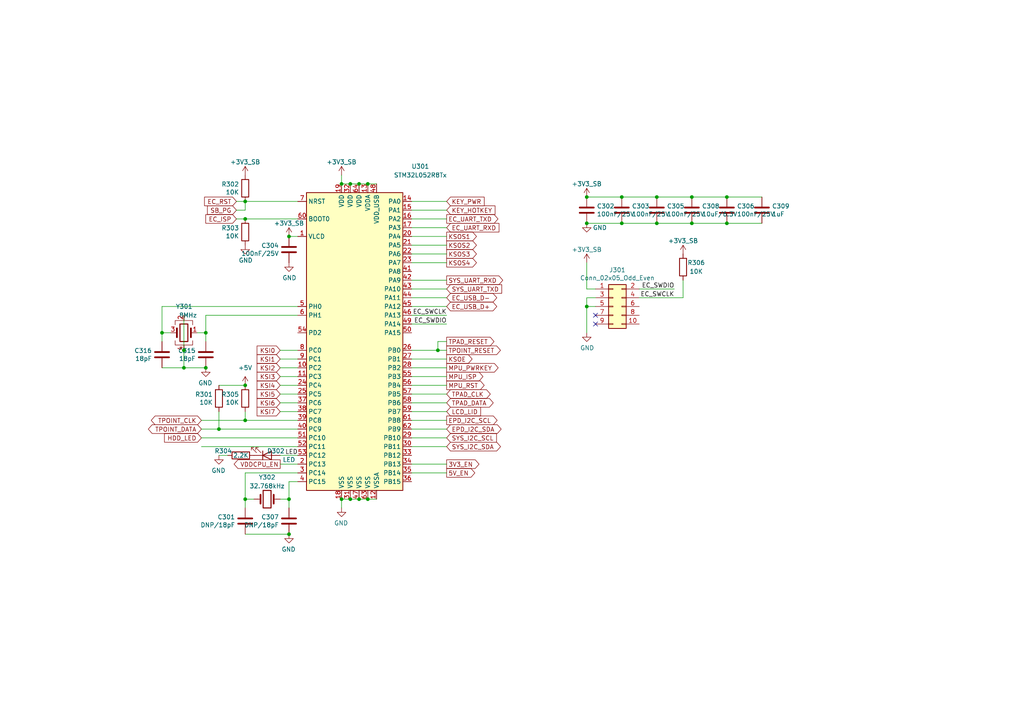
<source format=kicad_sch>
(kicad_sch (version 20210621) (generator eeschema)
  (paper "A4")
  (title_block (title "Lancer Mainboard") (date "2021-10-25") (rev "R0.1") (company "Copyright Modos 2021. / Engineer: Wenting Zhang") (comment 2 "MERCHANTABILITY, SATISFACTORY QUALITY AND FITNESS FOR A PARTICULAR PURPOSE.") (comment 3 "This source is distributed WITHOUT ANY EXPRESS OR IMPLIED WARRANTY, INCLUDING OF") (comment 4 "This source describes Open Hardware and is licensed under the CERN-OHL-S v2."))
  (lib_symbols
    (symbol "Connector_Generic:Conn_02x05_Odd_Even" (pin_names (offset 1.016) hide)
      (property "Reference" "J" (at 1.27 7.62 0))
      (property "Value" "Conn_02x05_Odd_Even" (at 1.27 -7.62 0))
      (symbol "Conn_02x05_Odd_Even_1_1"
        (rectangle (start -1.27 -4.953) (end 0 -5.207) (stroke (width 0.1524)))
        (rectangle (start -1.27 -2.413) (end 0 -2.667) (stroke (width 0.1524)))
        (rectangle (start -1.27 0.127) (end 0 -0.127) (stroke (width 0.1524)))
        (rectangle (start -1.27 2.667) (end 0 2.413) (stroke (width 0.1524)))
        (rectangle (start -1.27 5.207) (end 0 4.953) (stroke (width 0.1524)))
        (rectangle (start 3.81 -4.953) (end 2.54 -5.207) (stroke (width 0.1524)))
        (rectangle (start 3.81 -2.413) (end 2.54 -2.667) (stroke (width 0.1524)))
        (rectangle (start 3.81 0.127) (end 2.54 -0.127) (stroke (width 0.1524)))
        (rectangle (start 3.81 2.667) (end 2.54 2.413) (stroke (width 0.1524)))
        (rectangle (start 3.81 5.207) (end 2.54 4.953) (stroke (width 0.1524)))
        (rectangle (start -1.27 6.35) (end 3.81 -6.35) (stroke (width 0.254)) (fill (type background)))
        (pin passive line (at -5.08 5.08 0) (length 3.81) (name "Pin_1") (number "1"))
        (pin passive line (at 7.62 -5.08 180) (length 3.81) (name "Pin_10") (number "10"))
        (pin passive line (at 7.62 5.08 180) (length 3.81) (name "Pin_2") (number "2"))
        (pin passive line (at -5.08 2.54 0) (length 3.81) (name "Pin_3") (number "3"))
        (pin passive line (at 7.62 2.54 180) (length 3.81) (name "Pin_4") (number "4"))
        (pin passive line (at -5.08 0 0) (length 3.81) (name "Pin_5") (number "5"))
        (pin passive line (at 7.62 0 180) (length 3.81) (name "Pin_6") (number "6"))
        (pin passive line (at -5.08 -2.54 0) (length 3.81) (name "Pin_7") (number "7"))
        (pin passive line (at 7.62 -2.54 180) (length 3.81) (name "Pin_8") (number "8"))
        (pin passive line (at -5.08 -5.08 0) (length 3.81) (name "Pin_9") (number "9"))
      )
    )
    (symbol "Device:C" (pin_numbers hide) (pin_names (offset 0.254))
      (property "Reference" "C" (at 0.635 2.54 0))
      (property "Value" "C" (at 0.635 -2.54 0))
      (symbol "C_0_1"
        (polyline (pts (xy -2.032 -0.762) (xy 2.032 -0.762)) (stroke (width 0.508)))
        (polyline (pts (xy -2.032 0.762) (xy 2.032 0.762)) (stroke (width 0.508)))
      )
      (symbol "C_1_1"
        (pin passive line (at 0 3.81 270) (length 2.794) (name "~") (number "1"))
        (pin passive line (at 0 -3.81 90) (length 2.794) (name "~") (number "2"))
      )
    )
    (symbol "Device:Crystal" (pin_numbers hide) (pin_names (offset 1.016) hide)
      (property "Reference" "Y" (at 0 3.81 0))
      (property "Value" "Crystal" (at 0 -3.81 0))
      (symbol "Crystal_0_1"
        (rectangle (start -1.143 2.54) (end 1.143 -2.54) (stroke (width 0.3048)))
        (polyline (pts (xy -2.54 0) (xy -1.905 0)))
        (polyline (pts (xy -1.905 -1.27) (xy -1.905 1.27)) (stroke (width 0.508)))
        (polyline (pts (xy 1.905 -1.27) (xy 1.905 1.27)) (stroke (width 0.508)))
        (polyline (pts (xy 2.54 0) (xy 1.905 0)))
      )
      (symbol "Crystal_1_1"
        (pin passive line (at -3.81 0 0) (length 1.27) (name "1") (number "1"))
        (pin passive line (at 3.81 0 180) (length 1.27) (name "2") (number "2"))
      )
    )
    (symbol "Device:Crystal_GND24" (pin_names (offset 1.016) hide)
      (property "Reference" "Y" (at 3.175 5.08 0))
      (property "Value" "Crystal_GND24" (at 3.175 3.175 0))
      (symbol "Crystal_GND24_0_1"
        (rectangle (start -1.143 2.54) (end 1.143 -2.54) (stroke (width 0.3048)))
        (polyline (pts (xy -2.54 0) (xy -2.032 0)))
        (polyline (pts (xy -2.032 -1.27) (xy -2.032 1.27)) (stroke (width 0.508)))
        (polyline (pts (xy 0 -3.81) (xy 0 -3.556)))
        (polyline (pts (xy 0 3.556) (xy 0 3.81)))
        (polyline (pts (xy 2.032 -1.27) (xy 2.032 1.27)) (stroke (width 0.508)))
        (polyline (pts (xy 2.032 0) (xy 2.54 0)))
        (polyline (pts (xy -2.54 -2.286) (xy -2.54 -3.556) (xy 2.54 -3.556) (xy 2.54 -2.286)))
        (polyline (pts (xy -2.54 2.286) (xy -2.54 3.556) (xy 2.54 3.556) (xy 2.54 2.286)))
      )
      (symbol "Crystal_GND24_1_1"
        (pin passive line (at -3.81 0 0) (length 1.27) (name "1") (number "1"))
        (pin passive line (at 0 5.08 270) (length 1.27) (name "2") (number "2"))
        (pin passive line (at 3.81 0 180) (length 1.27) (name "3") (number "3"))
        (pin passive line (at 0 -5.08 90) (length 1.27) (name "4") (number "4"))
      )
    )
    (symbol "Device:LED" (pin_numbers hide) (pin_names (offset 1.016) hide)
      (property "Reference" "D" (at 0 2.54 0))
      (property "Value" "LED" (at 0 -2.54 0))
      (symbol "LED_0_1"
        (polyline (pts (xy -1.27 -1.27) (xy -1.27 1.27)) (stroke (width 0.254)))
        (polyline (pts (xy -1.27 0) (xy 1.27 0)))
        (polyline (pts (xy 1.27 -1.27) (xy 1.27 1.27) (xy -1.27 0) (xy 1.27 -1.27)) (stroke (width 0.254)))
        (polyline (pts (xy -3.048 -0.762) (xy -4.572 -2.286) (xy -3.81 -2.286) (xy -4.572 -2.286) (xy -4.572 -1.524)))
        (polyline (pts (xy -1.778 -0.762) (xy -3.302 -2.286) (xy -2.54 -2.286) (xy -3.302 -2.286) (xy -3.302 -1.524)))
      )
      (symbol "LED_1_1"
        (pin passive line (at -3.81 0 0) (length 2.54) (name "K") (number "1"))
        (pin passive line (at 3.81 0 180) (length 2.54) (name "A") (number "2"))
      )
    )
    (symbol "Device:R" (pin_numbers hide) (pin_names (offset 0))
      (property "Reference" "R" (at 2.032 0 90))
      (property "Value" "R" (at 0 0 90))
      (symbol "R_0_1"
        (rectangle (start -1.016 -2.54) (end 1.016 2.54) (stroke (width 0.254)))
      )
      (symbol "R_1_1"
        (pin passive line (at 0 3.81 270) (length 1.27) (name "~") (number "1"))
        (pin passive line (at 0 -3.81 90) (length 1.27) (name "~") (number "2"))
      )
    )
    (symbol "MCU_ST_STM32L0:STM32L052R8Tx"
      (property "Reference" "U" (at -15.24 44.45 0))
      (property "Value" "STM32L052R8Tx" (at 7.62 44.45 0))
      (symbol "STM32L052R8Tx_0_1"
        (rectangle (start -15.24 -43.18) (end 12.7 43.18) (stroke (width 0.254)) (fill (type background)))
      )
      (symbol "STM32L052R8Tx_1_1"
        (pin power_in line (at -17.78 30.48 0) (length 2.54) (name "VLCD") (number "1"))
        (pin bidirectional line (at -17.78 -7.62 0) (length 2.54) (name "PC2") (number "10"))
        (pin bidirectional line (at -17.78 -10.16 0) (length 2.54) (name "PC3") (number "11"))
        (pin power_in line (at 5.08 -45.72 90) (length 2.54) (name "VSSA") (number "12"))
        (pin power_in line (at 2.54 45.72 270) (length 2.54) (name "VDDA") (number "13"))
        (pin bidirectional line (at 15.24 40.64 180) (length 2.54) (name "PA0") (number "14"))
        (pin bidirectional line (at 15.24 38.1 180) (length 2.54) (name "PA1") (number "15"))
        (pin bidirectional line (at 15.24 35.56 180) (length 2.54) (name "PA2") (number "16"))
        (pin bidirectional line (at 15.24 33.02 180) (length 2.54) (name "PA3") (number "17"))
        (pin power_in line (at -5.08 -45.72 90) (length 2.54) (name "VSS") (number "18"))
        (pin power_in line (at -5.08 45.72 270) (length 2.54) (name "VDD") (number "19"))
        (pin bidirectional line (at -17.78 -35.56 0) (length 2.54) (name "PC13") (number "2"))
        (pin bidirectional line (at 15.24 30.48 180) (length 2.54) (name "PA4") (number "20"))
        (pin bidirectional line (at 15.24 27.94 180) (length 2.54) (name "PA5") (number "21"))
        (pin bidirectional line (at 15.24 25.4 180) (length 2.54) (name "PA6") (number "22"))
        (pin bidirectional line (at 15.24 22.86 180) (length 2.54) (name "PA7") (number "23"))
        (pin bidirectional line (at -17.78 -12.7 0) (length 2.54) (name "PC4") (number "24"))
        (pin bidirectional line (at -17.78 -15.24 0) (length 2.54) (name "PC5") (number "25"))
        (pin bidirectional line (at 15.24 -2.54 180) (length 2.54) (name "PB0") (number "26"))
        (pin bidirectional line (at 15.24 -5.08 180) (length 2.54) (name "PB1") (number "27"))
        (pin bidirectional line (at 15.24 -7.62 180) (length 2.54) (name "PB2") (number "28"))
        (pin bidirectional line (at 15.24 -27.94 180) (length 2.54) (name "PB10") (number "29"))
        (pin bidirectional line (at -17.78 -38.1 0) (length 2.54) (name "PC14") (number "3"))
        (pin bidirectional line (at 15.24 -30.48 180) (length 2.54) (name "PB11") (number "30"))
        (pin power_in line (at -2.54 -45.72 90) (length 2.54) (name "VSS") (number "31"))
        (pin power_in line (at -2.54 45.72 270) (length 2.54) (name "VDD") (number "32"))
        (pin bidirectional line (at 15.24 -33.02 180) (length 2.54) (name "PB12") (number "33"))
        (pin bidirectional line (at 15.24 -35.56 180) (length 2.54) (name "PB13") (number "34"))
        (pin bidirectional line (at 15.24 -38.1 180) (length 2.54) (name "PB14") (number "35"))
        (pin bidirectional line (at 15.24 -40.64 180) (length 2.54) (name "PB15") (number "36"))
        (pin bidirectional line (at -17.78 -17.78 0) (length 2.54) (name "PC6") (number "37"))
        (pin bidirectional line (at -17.78 -20.32 0) (length 2.54) (name "PC7") (number "38"))
        (pin bidirectional line (at -17.78 -22.86 0) (length 2.54) (name "PC8") (number "39"))
        (pin bidirectional line (at -17.78 -40.64 0) (length 2.54) (name "PC15") (number "4"))
        (pin bidirectional line (at -17.78 -25.4 0) (length 2.54) (name "PC9") (number "40"))
        (pin bidirectional line (at 15.24 20.32 180) (length 2.54) (name "PA8") (number "41"))
        (pin bidirectional line (at 15.24 17.78 180) (length 2.54) (name "PA9") (number "42"))
        (pin bidirectional line (at 15.24 15.24 180) (length 2.54) (name "PA10") (number "43"))
        (pin bidirectional line (at 15.24 12.7 180) (length 2.54) (name "PA11") (number "44"))
        (pin bidirectional line (at 15.24 10.16 180) (length 2.54) (name "PA12") (number "45"))
        (pin bidirectional line (at 15.24 7.62 180) (length 2.54) (name "PA13") (number "46"))
        (pin power_in line (at 0 -45.72 90) (length 2.54) (name "VSS") (number "47"))
        (pin power_in line (at 5.08 45.72 270) (length 2.54) (name "VDD_USB") (number "48"))
        (pin bidirectional line (at 15.24 5.08 180) (length 2.54) (name "PA14") (number "49"))
        (pin input line (at -17.78 10.16 0) (length 2.54) (name "PH0") (number "5"))
        (pin bidirectional line (at 15.24 2.54 180) (length 2.54) (name "PA15") (number "50"))
        (pin bidirectional line (at -17.78 -27.94 0) (length 2.54) (name "PC10") (number "51"))
        (pin bidirectional line (at -17.78 -30.48 0) (length 2.54) (name "PC11") (number "52"))
        (pin bidirectional line (at -17.78 -33.02 0) (length 2.54) (name "PC12") (number "53"))
        (pin bidirectional line (at -17.78 2.54 0) (length 2.54) (name "PD2") (number "54"))
        (pin bidirectional line (at 15.24 -10.16 180) (length 2.54) (name "PB3") (number "55"))
        (pin bidirectional line (at 15.24 -12.7 180) (length 2.54) (name "PB4") (number "56"))
        (pin bidirectional line (at 15.24 -15.24 180) (length 2.54) (name "PB5") (number "57"))
        (pin bidirectional line (at 15.24 -17.78 180) (length 2.54) (name "PB6") (number "58"))
        (pin bidirectional line (at 15.24 -20.32 180) (length 2.54) (name "PB7") (number "59"))
        (pin input line (at -17.78 7.62 0) (length 2.54) (name "PH1") (number "6"))
        (pin input line (at -17.78 35.56 0) (length 2.54) (name "BOOT0") (number "60"))
        (pin bidirectional line (at 15.24 -22.86 180) (length 2.54) (name "PB8") (number "61"))
        (pin bidirectional line (at 15.24 -25.4 180) (length 2.54) (name "PB9") (number "62"))
        (pin power_in line (at 2.54 -45.72 90) (length 2.54) (name "VSS") (number "63"))
        (pin power_in line (at 0 45.72 270) (length 2.54) (name "VDD") (number "64"))
        (pin input line (at -17.78 40.64 0) (length 2.54) (name "NRST") (number "7"))
        (pin bidirectional line (at -17.78 -2.54 0) (length 2.54) (name "PC0") (number "8"))
        (pin bidirectional line (at -17.78 -5.08 0) (length 2.54) (name "PC1") (number "9"))
      )
    )
    (symbol "power:+5V" (power) (pin_names (offset 0))
      (property "Value" "+5V" (at 0 3.556 0))
      (symbol "+5V_0_1"
        (polyline (pts (xy -0.762 1.27) (xy 0 2.54)))
        (polyline (pts (xy 0 0) (xy 0 2.54)))
        (polyline (pts (xy 0 2.54) (xy 0.762 1.27)))
      )
      (symbol "+5V_1_1"
        (pin power_in line (at 0 0 90) (length 0) hide (name "+5V") (number "1"))
      )
    )
    (symbol "power:GND" (power) (pin_names (offset 0))
      (property "Value" "GND" (at 0 -3.81 0))
      (symbol "GND_0_1"
        (polyline (pts (xy 0 0) (xy 0 -1.27) (xy 1.27 -1.27) (xy 0 -2.54) (xy -1.27 -1.27) (xy 0 -1.27)))
      )
      (symbol "GND_1_1"
        (pin power_in line (at 0 0 270) (length 0) hide (name "GND") (number "1"))
      )
    )
    (symbol "symbols:+3V3_SB" (power) (pin_names (offset 0))
      (property "Value" "+3V3_SB" (at 0 3.556 0))
      (symbol "+3V3_SB_0_1"
        (polyline (pts (xy -0.762 1.27) (xy 0 2.54)))
        (polyline (pts (xy 0 0) (xy 0 2.54)))
        (polyline (pts (xy 0 2.54) (xy 0.762 1.27)))
      )
      (symbol "+3V3_SB_1_1"
        (pin power_in line (at 0 0 90) (length 0) hide (name "+3V3_SB") (number "1"))
      )
    )
  )
  (junction (at 46.99 96.52) (diameter 0.9144))
  (junction (at 53.34 101.6) (diameter 0.9144))
  (junction (at 53.34 106.68) (diameter 0.9144))
  (junction (at 59.69 96.52) (diameter 0.9144))
  (junction (at 59.69 106.68) (diameter 0.9144))
  (junction (at 63.5 124.46))
  (junction (at 71.12 58.42))
  (junction (at 71.12 63.5))
  (junction (at 71.12 111.76))
  (junction (at 71.12 121.92))
  (junction (at 71.12 144.78))
  (junction (at 83.82 68.58))
  (junction (at 83.82 144.78))
  (junction (at 83.82 154.94) (diameter 0.9144))
  (junction (at 99.06 53.34))
  (junction (at 99.06 144.78))
  (junction (at 101.6 53.34))
  (junction (at 101.6 144.78))
  (junction (at 104.14 53.34))
  (junction (at 104.14 144.78))
  (junction (at 106.68 53.34))
  (junction (at 106.68 144.78))
  (junction (at 127 101.6))
  (junction (at 170.18 57.15) (diameter 0.9144))
  (junction (at 170.18 64.77) (diameter 0.9144))
  (junction (at 170.18 88.9) (diameter 0.9144))
  (junction (at 180.34 57.15) (diameter 0.9144))
  (junction (at 180.34 64.77) (diameter 0.9144))
  (junction (at 190.5 57.15) (diameter 0.9144))
  (junction (at 190.5 64.77) (diameter 0.9144))
  (junction (at 200.66 57.15))
  (junction (at 200.66 64.77))
  (junction (at 210.82 57.15) (diameter 0.9144))
  (junction (at 210.82 64.77))
  (no_connect (at 172.72 91.44))
  (no_connect (at 172.72 93.98))
  (wire (pts (xy 46.99 88.9) (xy 46.99 96.52)))
  (wire (pts (xy 46.99 96.52) (xy 46.99 99.06)))
  (wire (pts (xy 46.99 106.68) (xy 53.34 106.68)))
  (wire (pts (xy 49.53 96.52) (xy 46.99 96.52)))
  (wire (pts (xy 53.34 91.44) (xy 53.34 101.6)))
  (wire (pts (xy 53.34 101.6) (xy 53.34 106.68)))
  (wire (pts (xy 53.34 106.68) (xy 59.69 106.68)))
  (wire (pts (xy 57.15 96.52) (xy 59.69 96.52)))
  (wire (pts (xy 58.42 121.92) (xy 71.12 121.92)))
  (wire (pts (xy 58.42 124.46) (xy 63.5 124.46)))
  (wire (pts (xy 58.42 127) (xy 86.36 127)))
  (wire (pts (xy 58.42 129.54) (xy 86.36 129.54)))
  (wire (pts (xy 59.69 96.52) (xy 59.69 91.44)))
  (wire (pts (xy 59.69 99.06) (xy 59.69 96.52)))
  (wire (pts (xy 63.5 119.38) (xy 63.5 124.46)))
  (wire (pts (xy 63.5 124.46) (xy 86.36 124.46)))
  (wire (pts (xy 66.04 132.08) (xy 63.5 132.08)))
  (wire (pts (xy 68.58 58.42) (xy 71.12 58.42)))
  (wire (pts (xy 68.58 60.96) (xy 71.12 60.96)))
  (wire (pts (xy 68.58 63.5) (xy 71.12 63.5)))
  (wire (pts (xy 71.12 58.42) (xy 71.12 60.96)))
  (wire (pts (xy 71.12 58.42) (xy 86.36 58.42)))
  (wire (pts (xy 71.12 63.5) (xy 86.36 63.5)))
  (wire (pts (xy 71.12 111.76) (xy 63.5 111.76)))
  (wire (pts (xy 71.12 119.38) (xy 71.12 121.92)))
  (wire (pts (xy 71.12 121.92) (xy 86.36 121.92)))
  (wire (pts (xy 71.12 137.16) (xy 71.12 144.78)))
  (wire (pts (xy 71.12 137.16) (xy 86.36 137.16)))
  (wire (pts (xy 71.12 144.78) (xy 71.12 147.32)))
  (wire (pts (xy 71.12 154.94) (xy 83.82 154.94)))
  (wire (pts (xy 73.66 144.78) (xy 71.12 144.78)))
  (wire (pts (xy 81.28 134.62) (xy 86.36 134.62)))
  (wire (pts (xy 81.28 144.78) (xy 83.82 144.78)))
  (wire (pts (xy 83.82 68.58) (xy 86.36 68.58)))
  (wire (pts (xy 83.82 139.7) (xy 83.82 144.78)))
  (wire (pts (xy 83.82 139.7) (xy 86.36 139.7)))
  (wire (pts (xy 83.82 144.78) (xy 83.82 147.32)))
  (wire (pts (xy 86.36 88.9) (xy 46.99 88.9)))
  (wire (pts (xy 86.36 91.44) (xy 59.69 91.44)))
  (wire (pts (xy 86.36 101.6) (xy 81.28 101.6)))
  (wire (pts (xy 86.36 104.14) (xy 81.28 104.14)))
  (wire (pts (xy 86.36 106.68) (xy 81.28 106.68)))
  (wire (pts (xy 86.36 109.22) (xy 81.28 109.22)))
  (wire (pts (xy 86.36 111.76) (xy 81.28 111.76)))
  (wire (pts (xy 86.36 114.3) (xy 81.28 114.3)))
  (wire (pts (xy 86.36 116.84) (xy 81.28 116.84)))
  (wire (pts (xy 86.36 119.38) (xy 81.28 119.38)))
  (wire (pts (xy 86.36 132.08) (xy 81.28 132.08)))
  (wire (pts (xy 99.06 50.8) (xy 99.06 53.34)))
  (wire (pts (xy 99.06 53.34) (xy 101.6 53.34)))
  (wire (pts (xy 99.06 144.78) (xy 99.06 147.32)))
  (wire (pts (xy 99.06 144.78) (xy 101.6 144.78)))
  (wire (pts (xy 101.6 53.34) (xy 104.14 53.34)))
  (wire (pts (xy 101.6 144.78) (xy 104.14 144.78)))
  (wire (pts (xy 104.14 53.34) (xy 106.68 53.34)))
  (wire (pts (xy 104.14 144.78) (xy 106.68 144.78)))
  (wire (pts (xy 106.68 53.34) (xy 109.22 53.34)))
  (wire (pts (xy 106.68 144.78) (xy 109.22 144.78)))
  (wire (pts (xy 119.38 58.42) (xy 129.54 58.42)))
  (wire (pts (xy 119.38 60.96) (xy 129.54 60.96)))
  (wire (pts (xy 119.38 63.5) (xy 129.54 63.5)))
  (wire (pts (xy 119.38 66.04) (xy 129.54 66.04)))
  (wire (pts (xy 119.38 68.58) (xy 129.54 68.58)))
  (wire (pts (xy 119.38 71.12) (xy 129.54 71.12)))
  (wire (pts (xy 119.38 73.66) (xy 129.54 73.66)))
  (wire (pts (xy 119.38 76.2) (xy 129.54 76.2)))
  (wire (pts (xy 119.38 81.28) (xy 129.54 81.28)))
  (wire (pts (xy 119.38 83.82) (xy 129.54 83.82)))
  (wire (pts (xy 119.38 86.36) (xy 129.54 86.36)))
  (wire (pts (xy 119.38 88.9) (xy 129.54 88.9)))
  (wire (pts (xy 119.38 101.6) (xy 127 101.6)))
  (wire (pts (xy 119.38 104.14) (xy 129.54 104.14)))
  (wire (pts (xy 119.38 106.68) (xy 129.54 106.68)))
  (wire (pts (xy 119.38 109.22) (xy 129.54 109.22)))
  (wire (pts (xy 119.38 111.76) (xy 129.54 111.76)))
  (wire (pts (xy 119.38 114.3) (xy 129.54 114.3)))
  (wire (pts (xy 119.38 116.84) (xy 129.54 116.84)))
  (wire (pts (xy 119.38 119.38) (xy 129.54 119.38)))
  (wire (pts (xy 119.38 121.92) (xy 129.54 121.92)))
  (wire (pts (xy 119.38 124.46) (xy 129.54 124.46)))
  (wire (pts (xy 119.38 127) (xy 129.54 127)))
  (wire (pts (xy 119.38 129.54) (xy 129.54 129.54)))
  (wire (pts (xy 119.38 134.62) (xy 129.54 134.62)))
  (wire (pts (xy 119.38 137.16) (xy 129.54 137.16)))
  (wire (pts (xy 127 99.06) (xy 127 101.6)))
  (wire (pts (xy 127 101.6) (xy 129.54 101.6)))
  (wire (pts (xy 129.54 91.44) (xy 119.38 91.44)))
  (wire (pts (xy 129.54 93.98) (xy 119.38 93.98)))
  (wire (pts (xy 129.54 99.06) (xy 127 99.06)))
  (wire (pts (xy 170.18 76.2) (xy 170.18 83.82)))
  (wire (pts (xy 170.18 83.82) (xy 172.72 83.82)))
  (wire (pts (xy 170.18 86.36) (xy 170.18 88.9)))
  (wire (pts (xy 170.18 88.9) (xy 170.18 96.52)))
  (wire (pts (xy 172.72 86.36) (xy 170.18 86.36)))
  (wire (pts (xy 172.72 88.9) (xy 170.18 88.9)))
  (wire (pts (xy 180.34 57.15) (xy 170.18 57.15)))
  (wire (pts (xy 180.34 57.15) (xy 190.5 57.15)))
  (wire (pts (xy 180.34 64.77) (xy 170.18 64.77)))
  (wire (pts (xy 185.42 83.82) (xy 195.58 83.82)))
  (wire (pts (xy 185.42 86.36) (xy 198.12 86.36)))
  (wire (pts (xy 190.5 57.15) (xy 200.66 57.15)))
  (wire (pts (xy 190.5 64.77) (xy 180.34 64.77)))
  (wire (pts (xy 190.5 64.77) (xy 200.66 64.77)))
  (wire (pts (xy 198.12 81.28) (xy 198.12 86.36)))
  (wire (pts (xy 200.66 57.15) (xy 210.82 57.15)))
  (wire (pts (xy 200.66 64.77) (xy 210.82 64.77)))
  (wire (pts (xy 210.82 57.15) (xy 220.98 57.15)))
  (wire (pts (xy 220.98 64.77) (xy 210.82 64.77)))
  (label "LED" (at 86.36 132.08 180))
  (label "EC_SWCLK" (at 129.54 91.44 180))
  (label "EC_SWDIO" (at 129.54 93.98 180))
  (label "EC_SWDIO" (at 195.58 83.82 180))
  (label "EC_SWCLK" (at 195.58 86.36 180))
  (global_label "TPOINT_CLK" (shape bidirectional) (at 58.42 121.92 180) (property "Intersheet References" "${INTERSHEET_REFS}" (effects hide)))
  (global_label "TPOINT_DATA" (shape bidirectional) (at 58.42 124.46 180) (property "Intersheet References" "${INTERSHEET_REFS}" (effects hide)))
  (global_label "HDD_LED" (shape input) (at 58.42 127 180) (property "Intersheet References" "${INTERSHEET_REFS}" (effects hide)))
  (global_label "EC_RST" (shape input) (at 68.58 58.42 180) (property "Intersheet References" "${INTERSHEET_REFS}" (effects hide)))
  (global_label "SB_PG" (shape input) (at 68.58 60.96 180) (property "Intersheet References" "${INTERSHEET_REFS}" (effects hide)))
  (global_label "EC_ISP" (shape input) (at 68.58 63.5 180) (property "Intersheet References" "${INTERSHEET_REFS}" (effects hide)))
  (global_label "KSI0" (shape input) (at 81.28 101.6 180) (property "Intersheet References" "${INTERSHEET_REFS}" (effects hide)))
  (global_label "KSI1" (shape input) (at 81.28 104.14 180) (property "Intersheet References" "${INTERSHEET_REFS}" (effects hide)))
  (global_label "KSI2" (shape input) (at 81.28 106.68 180) (property "Intersheet References" "${INTERSHEET_REFS}" (effects hide)))
  (global_label "KSI3" (shape input) (at 81.28 109.22 180) (property "Intersheet References" "${INTERSHEET_REFS}" (effects hide)))
  (global_label "KSI4" (shape input) (at 81.28 111.76 180) (property "Intersheet References" "${INTERSHEET_REFS}" (effects hide)))
  (global_label "KSI5" (shape input) (at 81.28 114.3 180) (property "Intersheet References" "${INTERSHEET_REFS}" (effects hide)))
  (global_label "KSI6" (shape input) (at 81.28 116.84 180) (property "Intersheet References" "${INTERSHEET_REFS}" (effects hide)))
  (global_label "KSI7" (shape input) (at 81.28 119.38 180) (property "Intersheet References" "${INTERSHEET_REFS}" (effects hide)))
  (global_label "VDDCPU_EN" (shape output) (at 81.28 134.62 180) (property "Intersheet References" "${INTERSHEET_REFS}" (effects hide)))
  (global_label "KEY_PWR" (shape input) (at 129.54 58.42 0) (property "Intersheet References" "${INTERSHEET_REFS}" (effects hide)))
  (global_label "KEY_HOTKEY" (shape input) (at 129.54 60.96 0) (property "Intersheet References" "${INTERSHEET_REFS}" (effects hide)))
  (global_label "EC_UART_TXD" (shape output) (at 129.54 63.5 0) (property "Intersheet References" "${INTERSHEET_REFS}" (effects hide)))
  (global_label "EC_UART_RXD" (shape input) (at 129.54 66.04 0) (property "Intersheet References" "${INTERSHEET_REFS}" (effects hide)))
  (global_label "KSOS1" (shape output) (at 129.54 68.58 0) (property "Intersheet References" "${INTERSHEET_REFS}" (effects hide)))
  (global_label "KSOS2" (shape output) (at 129.54 71.12 0) (property "Intersheet References" "${INTERSHEET_REFS}" (effects hide)))
  (global_label "KSOS3" (shape output) (at 129.54 73.66 0) (property "Intersheet References" "${INTERSHEET_REFS}" (effects hide)))
  (global_label "KSOS4" (shape output) (at 129.54 76.2 0) (property "Intersheet References" "${INTERSHEET_REFS}" (effects hide)))
  (global_label "SYS_UART_RXD" (shape output) (at 129.54 81.28 0) (property "Intersheet References" "${INTERSHEET_REFS}" (effects hide)))
  (global_label "SYS_UART_TXD" (shape input) (at 129.54 83.82 0) (property "Intersheet References" "${INTERSHEET_REFS}" (effects hide)))
  (global_label "EC_USB_D-" (shape bidirectional) (at 129.54 86.36 0) (property "Intersheet References" "${INTERSHEET_REFS}" (effects hide)))
  (global_label "EC_USB_D+" (shape bidirectional) (at 129.54 88.9 0) (property "Intersheet References" "${INTERSHEET_REFS}" (effects hide)))
  (global_label "TPAD_RESET" (shape output) (at 129.54 99.06 0) (property "Intersheet References" "${INTERSHEET_REFS}" (effects hide)))
  (global_label "TPOINT_RESET" (shape output) (at 129.54 101.6 0) (property "Intersheet References" "${INTERSHEET_REFS}" (effects hide)))
  (global_label "KSOE" (shape output) (at 129.54 104.14 0) (property "Intersheet References" "${INTERSHEET_REFS}" (effects hide)))
  (global_label "MPU_PWRKEY" (shape output) (at 129.54 106.68 0) (property "Intersheet References" "${INTERSHEET_REFS}" (effects hide)))
  (global_label "MPU_ISP" (shape output) (at 129.54 109.22 0) (property "Intersheet References" "${INTERSHEET_REFS}" (effects hide)))
  (global_label "MPU_RST" (shape output) (at 129.54 111.76 0) (property "Intersheet References" "${INTERSHEET_REFS}" (effects hide)))
  (global_label "TPAD_CLK" (shape bidirectional) (at 129.54 114.3 0) (property "Intersheet References" "${INTERSHEET_REFS}" (effects hide)))
  (global_label "TPAD_DATA" (shape bidirectional) (at 129.54 116.84 0) (property "Intersheet References" "${INTERSHEET_REFS}" (effects hide)))
  (global_label "LCD_LID" (shape input) (at 129.54 119.38 0) (property "Intersheet References" "${INTERSHEET_REFS}" (effects hide)))
  (global_label "EPD_I2C_SCL" (shape output) (at 129.54 121.92 0) (property "Intersheet References" "${INTERSHEET_REFS}" (effects hide)))
  (global_label "EPD_I2C_SDA" (shape bidirectional) (at 129.54 124.46 0) (property "Intersheet References" "${INTERSHEET_REFS}" (effects hide)))
  (global_label "SYS_I2C_SCL" (shape input) (at 129.54 127 0) (property "Intersheet References" "${INTERSHEET_REFS}" (effects hide)))
  (global_label "SYS_I2C_SDA" (shape bidirectional) (at 129.54 129.54 0) (property "Intersheet References" "${INTERSHEET_REFS}" (effects hide)))
  (global_label "3V3_EN" (shape output) (at 129.54 134.62 0) (property "Intersheet References" "${INTERSHEET_REFS}" (effects hide)))
  (global_label "5V_EN" (shape output) (at 129.54 137.16 0) (property "Intersheet References" "${INTERSHEET_REFS}" (effects hide)))
  (symbol (lib_id "symbols:+3V3_SB") (at 71.12 50.8 0) (unit 1)
    (property "Reference" "#PWR0301" (effects hide))
    (property "Value" "+3V3_SB" (at 71.12 46.99 0))
  )
  (symbol (lib_id "power:+5V") (at 71.12 111.76 0) (unit 1)
    (property "Reference" "#PWR0303" (effects hide))
    (property "Value" "+5V" (at 71.12 106.68 0))
  )
  (symbol (lib_id "symbols:+3V3_SB") (at 83.82 68.58 0) (unit 1)
    (property "Reference" "#PWR0305" (effects hide))
    (property "Value" "+3V3_SB" (at 83.82 64.77 0))
  )
  (symbol (lib_id "symbols:+3V3_SB") (at 99.06 50.8 0) (unit 1)
    (property "Reference" "#PWR0309" (effects hide))
    (property "Value" "+3V3_SB" (at 99.06 46.99 0))
  )
  (symbol (lib_id "symbols:+3V3_SB") (at 170.18 57.15 0) (unit 1)
    (property "Reference" "#PWR0304" (effects hide))
    (property "Value" "+3V3_SB" (at 170.18 53.34 0))
  )
  (symbol (lib_id "symbols:+3V3_SB") (at 170.18 76.2 0) (unit 1)
    (property "Reference" "#PWR0311" (effects hide))
    (property "Value" "+3V3_SB" (at 170.18 72.39 0))
  )
  (symbol (lib_id "symbols:+3V3_SB") (at 198.12 73.66 0) (unit 1)
    (property "Reference" "#PWR0313" (effects hide))
    (property "Value" "+3V3_SB" (at 198.12 69.85 0))
  )
  (symbol (lib_id "power:GND") (at 59.69 106.68 0) (mirror y) (unit 1)
    (property "Reference" "#PWR0315" (effects hide))
    (property "Value" "GND" (at 59.563 111.0742 0))
  )
  (symbol (lib_id "power:GND") (at 63.5 132.08 0) (mirror y) (unit 1)
    (property "Reference" "#PWR0314" (effects hide))
    (property "Value" "GND" (at 63.373 136.4742 0))
  )
  (symbol (lib_id "power:GND") (at 71.12 71.12 0) (unit 1)
    (property "Reference" "#PWR0302" (effects hide))
    (property "Value" "GND" (at 71.247 75.5142 0))
  )
  (symbol (lib_id "power:GND") (at 83.82 76.2 0) (unit 1)
    (property "Reference" "#PWR0306" (effects hide))
    (property "Value" "GND" (at 83.947 80.5942 0))
  )
  (symbol (lib_id "power:GND") (at 83.82 154.94 0) (mirror y) (unit 1)
    (property "Reference" "#PWR0308" (effects hide))
    (property "Value" "GND" (at 83.693 159.3342 0))
  )
  (symbol (lib_id "power:GND") (at 99.06 147.32 0) (mirror y) (unit 1)
    (property "Reference" "#PWR0310" (effects hide))
    (property "Value" "GND" (at 98.933 151.7142 0))
  )
  (symbol (lib_id "power:GND") (at 170.18 64.77 0) (unit 1)
    (property "Reference" "#PWR0307" (effects hide))
    (property "Value" "GND" (at 173.99 66.04 0))
  )
  (symbol (lib_id "power:GND") (at 170.18 96.52 0) (unit 1)
    (property "Reference" "#PWR0312" (effects hide))
    (property "Value" "GND" (at 170.307 100.9142 0))
  )
  (symbol (lib_id "Device:R") (at 63.5 115.57 0) (mirror y) (unit 1)
    (property "Reference" "R301" (at 61.722 114.4016 0) (effects (justify left)))
    (property "Value" "10K" (at 61.722 116.713 0) (effects (justify left)))
    (property "Footprint" "Resistor_SMD:R_0402_1005Metric" (effects hide))
    (property "LCSC" "C60489" (effects hide))
    (property "Ref.Price" "0.0006" (effects hide))
  )
  (symbol (lib_id "Device:R") (at 69.85 132.08 270) (mirror x) (unit 1)
    (property "Reference" "R304" (at 64.77 130.81 90))
    (property "Value" "2.2K" (at 69.85 132.08 90))
    (property "Footprint" "Resistor_SMD:R_0402_1005Metric" (effects hide))
    (property "LCSC" "C163447" (effects hide))
    (property "Ref.Price" "0.0007" (effects hide))
  )
  (symbol (lib_id "Device:R") (at 71.12 54.61 0) (mirror y) (unit 1)
    (property "Reference" "R302" (at 69.342 53.4416 0) (effects (justify left)))
    (property "Value" "10K" (at 69.342 55.753 0) (effects (justify left)))
    (property "Footprint" "Resistor_SMD:R_0402_1005Metric" (effects hide))
    (property "LCSC" "C60489" (effects hide))
    (property "Ref.Price" "0.0006" (effects hide))
  )
  (symbol (lib_id "Device:R") (at 71.12 67.31 0) (mirror y) (unit 1)
    (property "Reference" "R303" (at 69.342 66.1416 0) (effects (justify left)))
    (property "Value" "10K" (at 69.342 68.453 0) (effects (justify left)))
    (property "Footprint" "Resistor_SMD:R_0402_1005Metric" (effects hide))
    (property "LCSC" "C60489" (effects hide))
    (property "Ref.Price" "0.0006" (effects hide))
  )
  (symbol (lib_id "Device:R") (at 71.12 115.57 0) (mirror y) (unit 1)
    (property "Reference" "R305" (at 69.342 114.4016 0) (effects (justify left)))
    (property "Value" "10K" (at 69.342 116.713 0) (effects (justify left)))
    (property "Footprint" "Resistor_SMD:R_0402_1005Metric" (effects hide))
    (property "LCSC" "C60489" (effects hide))
    (property "Ref.Price" "0.0006" (effects hide))
  )
  (symbol (lib_id "Device:R") (at 198.12 77.47 0) (mirror y) (unit 1)
    (property "Reference" "R306" (at 201.93 76.2 0))
    (property "Value" "10K" (at 201.93 78.74 0))
    (property "Footprint" "Resistor_SMD:R_0402_1005Metric" (effects hide))
    (property "LCSC" "C60489" (effects hide))
    (property "Ref.Price" "0.0006" (effects hide))
  )
  (symbol (lib_id "Device:LED") (at 77.47 132.08 0) (mirror x) (unit 1)
    (property "Reference" "D302" (at 80.01 130.81 0))
    (property "Value" "LED" (at 83.82 133.35 0))
    (property "Footprint" "LED_SMD:LED_0603_1608Metric" (effects hide))
    (property "LCSC" "C90692" (effects hide))
    (property "Ref.Price" "0.0176" (effects hide))
  )
  (symbol (lib_id "Device:C") (at 46.99 102.87 0) (mirror y) (unit 1)
    (property "Reference" "C316" (at 44.069 101.7016 0) (effects (justify left)))
    (property "Value" "18pF" (at 44.069 104.013 0) (effects (justify left)))
    (property "Footprint" "Capacitor_SMD:C_0402_1005Metric" (effects hide))
    (property "LCSC" "C182481" (effects hide))
    (property "Ref.Price" "0.0061" (effects hide))
  )
  (symbol (lib_id "Device:C") (at 59.69 102.87 0) (mirror y) (unit 1)
    (property "Reference" "C315" (at 56.769 101.7016 0) (effects (justify left)))
    (property "Value" "18pF" (at 56.769 104.013 0) (effects (justify left)))
    (property "Footprint" "Capacitor_SMD:C_0402_1005Metric" (effects hide))
    (property "LCSC" "C182481" (effects hide))
    (property "Ref.Price" "0.0061" (effects hide))
  )
  (symbol (lib_id "Device:C") (at 71.12 151.13 0) (mirror y) (unit 1)
    (property "Reference" "C301" (at 68.199 149.9616 0) (effects (justify left)))
    (property "Value" "DNP/18pF" (at 68.199 152.273 0) (effects (justify left)))
    (property "Footprint" "Capacitor_SMD:C_0402_1005Metric" (effects hide))
    (property "LCSC" "-" (effects hide))
    (property "Ref.Price" "0" (effects hide))
  )
  (symbol (lib_id "Device:C") (at 83.82 72.39 0) (mirror y) (unit 1)
    (property "Reference" "C304" (at 80.899 71.2216 0) (effects (justify left)))
    (property "Value" "100nF/25V" (at 80.899 73.533 0) (effects (justify left)))
    (property "Footprint" "Capacitor_SMD:C_0402_1005Metric" (effects hide))
    (property "LCSC" "C56392" (effects hide))
    (property "Ref.Price" "0.0023" (effects hide))
  )
  (symbol (lib_id "Device:C") (at 83.82 151.13 0) (mirror y) (unit 1)
    (property "Reference" "C307" (at 80.899 149.9616 0) (effects (justify left)))
    (property "Value" "DNP/18pF" (at 80.899 152.273 0) (effects (justify left)))
    (property "Footprint" "Capacitor_SMD:C_0402_1005Metric" (effects hide))
    (property "LCSC" "-" (effects hide))
    (property "Ref.Price" "0" (effects hide))
  )
  (symbol (lib_id "Device:C") (at 170.18 60.96 0) (unit 1)
    (property "Reference" "C302" (at 173.101 59.7916 0) (effects (justify left)))
    (property "Value" "100nF/25V" (at 173.101 62.103 0) (effects (justify left)))
    (property "Footprint" "Capacitor_SMD:C_0402_1005Metric" (effects hide))
    (property "LCSC" "C56392" (effects hide))
    (property "Ref.Price" "0.0023" (effects hide))
  )
  (symbol (lib_id "Device:C") (at 180.34 60.96 0) (unit 1)
    (property "Reference" "C303" (at 183.261 59.7916 0) (effects (justify left)))
    (property "Value" "100nF/25V" (at 183.261 62.103 0) (effects (justify left)))
    (property "Footprint" "Capacitor_SMD:C_0402_1005Metric" (effects hide))
    (property "LCSC" "C56392" (effects hide))
    (property "Ref.Price" "0.0023" (effects hide))
  )
  (symbol (lib_id "Device:C") (at 190.5 60.96 0) (unit 1)
    (property "Reference" "C305" (at 193.421 59.7916 0) (effects (justify left)))
    (property "Value" "100nF/25V" (at 193.421 62.103 0) (effects (justify left)))
    (property "Footprint" "Capacitor_SMD:C_0402_1005Metric" (effects hide))
    (property "LCSC" "C56392" (effects hide))
    (property "Ref.Price" "0.0023" (effects hide))
  )
  (symbol (lib_id "Device:C") (at 200.66 60.96 0) (unit 1)
    (property "Reference" "C308" (at 203.581 59.7916 0) (effects (justify left)))
    (property "Value" "10uF/6.3V" (at 203.581 62.103 0) (effects (justify left)))
    (property "Footprint" "Capacitor_SMD:C_0603_1608Metric" (effects hide))
    (property "LCSC" "C105490" (effects hide))
    (property "Ref.Price" "0.0165" (effects hide))
  )
  (symbol (lib_id "Device:C") (at 210.82 60.96 0) (unit 1)
    (property "Reference" "C306" (at 213.741 59.7916 0) (effects (justify left)))
    (property "Value" "100nF/25V" (at 213.741 62.103 0) (effects (justify left)))
    (property "Footprint" "Capacitor_SMD:C_0402_1005Metric" (effects hide))
    (property "LCSC" "C56392" (effects hide))
    (property "Ref.Price" "0.0023" (effects hide))
  )
  (symbol (lib_id "Device:C") (at 220.98 60.96 0) (unit 1)
    (property "Reference" "C309" (at 223.901 59.7916 0) (effects (justify left)))
    (property "Value" "1uF" (at 223.901 62.103 0) (effects (justify left)))
    (property "Footprint" "Capacitor_SMD:C_0402_1005Metric" (effects hide))
    (property "LCSC" "C157353" (effects hide))
    (property "Ref.Price" "0.0034" (effects hide))
  )
  (symbol (lib_id "Device:Crystal") (at 77.47 144.78 0) (mirror y) (unit 1)
    (property "Reference" "Y302" (at 77.47 138.43 0))
    (property "Value" "32.768kHz" (at 77.47 140.97 0))
    (property "Footprint" "Crystal:Crystal_SMD_TXC_9HT11-2Pin_2.0x1.2mm_HandSoldering" (effects hide))
    (property "LCSC" "C99009" (effects hide))
    (property "Ref.Price" "0.3337" (effects hide))
  )
  (symbol (lib_id "Device:Crystal_GND24") (at 53.34 96.52 0) (mirror y) (unit 1)
    (property "Reference" "Y301" (at 55.88 88.9 0) (effects (justify left)))
    (property "Value" "8MHz" (at 57.15 91.44 0) (effects (justify left)))
    (property "Footprint" "Crystal:Crystal_SMD_3225-4Pin_3.2x2.5mm" (effects hide))
    (property "LCSC" "C479192" (effects hide))
    (property "Ref.Price" "0.1913" (effects hide))
  )
  (symbol (lib_id "Connector_Generic:Conn_02x05_Odd_Even") (at 177.8 88.9 0) (unit 1)
    (property "Reference" "J301" (at 179.07 78.308 0))
    (property "Value" "Conn_02x05_Odd_Even" (at 179.07 80.6196 0))
    (property "Footprint" "Connector_PinHeader_1.27mm:PinHeader_2x05_P1.27mm_Vertical_SMD" (effects hide))
    (property "LCSC" "C150517" (effects hide))
    (property "Ref.Price" "0.5212" (effects hide))
  )
  (symbol (lib_id "MCU_ST_STM32L0:STM32L052R8Tx") (at 104.14 99.06 0) (unit 1)
    (property "Reference" "U301" (at 121.92 48.26 0))
    (property "Value" "STM32L052R8Tx" (at 121.92 50.8 0))
    (property "Footprint" "Package_QFP:LQFP-64_10x10mm_P0.5mm" (effects hide))
    (property "Datasheet" "http://www.st.com/st-web-ui/static/active/en/resource/technical/document/datasheet/DM00108217.pdf" (effects hide))
    (property "LCSC" "C139720" (effects hide))
    (property "Ref.Price" "2.2253" (effects hide))
  )
)
</source>
